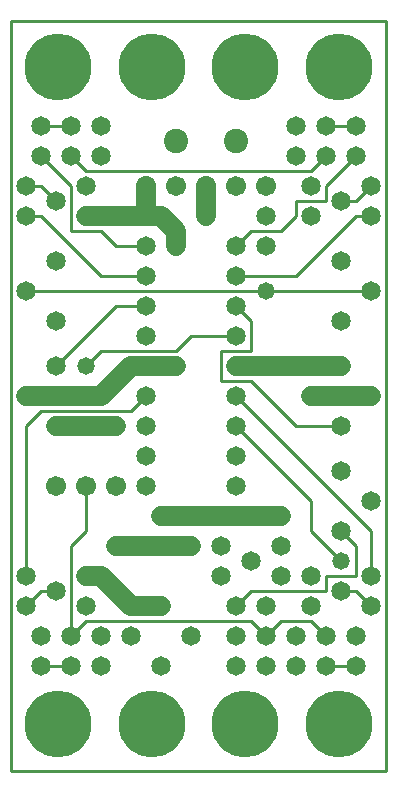
<source format=gbl>
%MOIN*%
%FSLAX25Y25*%
G04 D10 used for Character Trace; *
G04     Circle (OD=.01000) (No hole)*
G04 D11 used for Power Trace; *
G04     Circle (OD=.06700) (No hole)*
G04 D12 used for Signal Trace; *
G04     Circle (OD=.01100) (No hole)*
G04 D13 used for Via; *
G04     Circle (OD=.05800) (Round. Hole ID=.02800)*
G04 D14 used for Component hole; *
G04     Circle (OD=.06500) (Round. Hole ID=.03500)*
G04 D15 used for Component hole; *
G04     Circle (OD=.06700) (Round. Hole ID=.04300)*
G04 D16 used for Component hole; *
G04     Circle (OD=.08100) (Round. Hole ID=.05100)*
G04 D17 used for Component hole; *
G04     Circle (OD=.08900) (Round. Hole ID=.05900)*
G04 D18 used for Component hole; *
G04     Circle (OD=.11300) (Round. Hole ID=.08300)*
G04 D19 used for Component hole; *
G04     Circle (OD=.16000) (Round. Hole ID=.13000)*
G04 D20 used for Component hole; *
G04     Circle (OD=.18300) (Round. Hole ID=.15300)*
G04 D21 used for Component hole; *
G04     Circle (OD=.22291) (Round. Hole ID=.19291)*
%ADD10C,.01000*%
%ADD11C,.06700*%
%ADD12C,.01100*%
%ADD13C,.05800*%
%ADD14C,.06500*%
%ADD15C,.06700*%
%ADD16C,.08100*%
%ADD17C,.08900*%
%ADD18C,.11300*%
%ADD19C,.16000*%
%ADD20C,.18300*%
%ADD21C,.22291*%
%IPPOS*%
%LPD*%
G90*X0Y0D02*D21*X15625Y15625D03*D14*              
X30000Y35000D03*X20000D03*D12*X10000D01*D14*D03*  
X20000Y45000D03*D12*X25000Y50000D01*X80000D01*    
X85000Y45000D01*D14*D03*D12*X90000Y50000D01*      
X100000D01*X105000Y45000D01*D14*D03*              
X115000Y35000D03*D12*X105000D01*D14*D03*          
X115000Y45000D03*X95000D03*Y35000D03*             
X85000Y55000D03*X120000D03*D12*X115000Y60000D01*  
X110000D01*D14*D03*D12*X105000Y65000D02*          
X115000D01*X105000Y60000D02*Y65000D01*            
X80000Y60000D02*X105000D01*X75000Y55000D02*       
X80000Y60000D01*D14*X75000Y55000D03*Y45000D03*    
X70000Y65000D03*X80000Y70000D03*X90000Y65000D03*  
X60000Y45000D03*X90000Y75000D03*X75000Y35000D03*  
X70000Y75000D03*X85000Y35000D03*D13*              
X60000Y75000D03*D11*X35000D01*D13*D03*D14*        
X25000Y65000D03*D11*X30000D01*X40000Y55000D01*    
X50000D01*D13*D03*D14*X40000Y45000D03*            
X50000Y35000D03*X30000Y45000D03*D12*              
X20000Y75000D02*X25000Y80000D01*X20000Y45000D02*  
Y75000D01*D14*X25000Y55000D03*X10000Y45000D03*    
X5000Y55000D03*D12*X10000Y60000D01*X15000D01*D14* 
D03*X5000Y65000D03*D12*Y115000D01*                
X10000Y120000D01*X40000D01*X45000Y125000D01*D14*  
D03*D13*X55000Y135000D03*D11*X45000D01*D14*D03*   
D11*X40000D01*X30000Y125000D01*X5000D01*D14*D03*  
X15000Y115000D03*D11*X35000D01*D13*D03*D14*       
X45000Y105000D03*Y115000D03*X15000Y135000D03*D12* 
X35000Y155000D01*X45000D01*D14*D03*Y165000D03*D12*
X30000D01*X10000Y185000D01*X5000D01*D14*D03*D12*  
X15000Y190000D02*X10000Y195000D01*D14*            
X15000Y190000D03*D12*X20000Y180000D02*Y195000D01* 
Y180000D02*X30000D01*X35000Y175000D01*X45000D01*  
D14*D03*D11*X55000Y180000D02*X50000Y185000D01*    
X55000Y175000D02*Y180000D01*D13*Y175000D03*D14*   
X65000Y185000D03*D11*Y195000D01*D15*D03*X75000D03*
X55000D03*D12*X75000Y175000D02*X80000Y180000D01*  
D14*X75000Y175000D03*D12*X80000Y180000D02*        
X90000D01*X95000Y185000D01*Y190000D01*X105000D01* 
Y195000D01*X115000Y205000D01*D14*D03*             
X105000Y215000D03*D12*X115000D01*D14*D03*         
X105000Y205000D03*D12*X100000Y200000D01*X25000D01*
X20000Y205000D01*D14*D03*X30000Y215000D03*        
X10000D03*D12*X20000D01*D14*D03*X30000Y205000D03* 
X10000D03*D12*X20000Y195000D01*D14*X25000D03*D12* 
X5000D02*X10000D01*D14*X5000D03*X25000Y185000D03* 
D11*X45000D01*D14*D03*D11*X50000D01*X45000D02*    
Y195000D01*D15*D03*D16*X55000Y210000D03*D14*      
X75000Y165000D03*D12*X95000D01*X115000Y185000D01* 
X120000D01*D14*D03*D12*X110000Y190000D02*         
X115000D01*D14*X110000D03*D12*X115000D02*         
X120000Y195000D01*D14*D03*X100000D03*Y185000D03*  
X95000Y215000D03*Y205000D03*X110000Y170000D03*D13*
X85000Y160000D03*D12*X5000D01*D14*D03*            
X15000Y150000D03*Y170000D03*D12*X25000Y135000D02* 
X30000Y140000D01*D13*X25000Y135000D03*D12*        
X30000Y140000D02*X55000D01*X60000Y145000D01*      
X75000D01*D14*D03*D12*X70000Y140000D02*X80000D01* 
X70000Y130000D02*Y140000D01*Y130000D02*X80000D01* 
X95000Y115000D01*X110000D01*D14*D03*              
X120000Y125000D03*D11*X100000D01*D13*D03*D14*     
X110000Y135000D03*D11*X75000D01*D14*D03*D12*      
X80000Y140000D02*Y150000D01*X75000Y155000D01*D14* 
D03*D12*X85000Y160000D02*X120000D01*D14*D03*      
X110000Y150000D03*D15*X85000Y195000D03*D14*       
Y185000D03*Y175000D03*X75000Y115000D03*D12*       
X100000Y90000D01*Y80000D01*X110000Y70000D01*D13*  
D03*D12*X115000Y65000D02*Y75000D01*               
X110000Y80000D01*D14*D03*X120000Y90000D03*D12*    
Y65000D02*Y80000D01*D14*Y65000D03*D12*Y80000D02*  
X75000Y125000D01*D14*D03*Y105000D03*              
X45000Y95000D03*Y145000D03*X75000Y95000D03*       
X110000Y100000D03*D13*X50000Y85000D03*D11*        
X90000D01*D13*D03*D14*X100000Y65000D03*Y55000D03* 
D15*X35000Y95000D03*X25000D03*D12*Y80000D01*D15*  
X15000Y95000D03*D21*X46875Y15625D03*X78125D03*D12*
X0Y0D02*X125000D01*Y250000D01*X0D01*Y0D01*D21*    
X109375Y15625D03*D16*X75000Y210000D03*D21*        
X109375Y234375D03*X78125D03*X46875D03*X15625D03*  
M02*                                              

</source>
